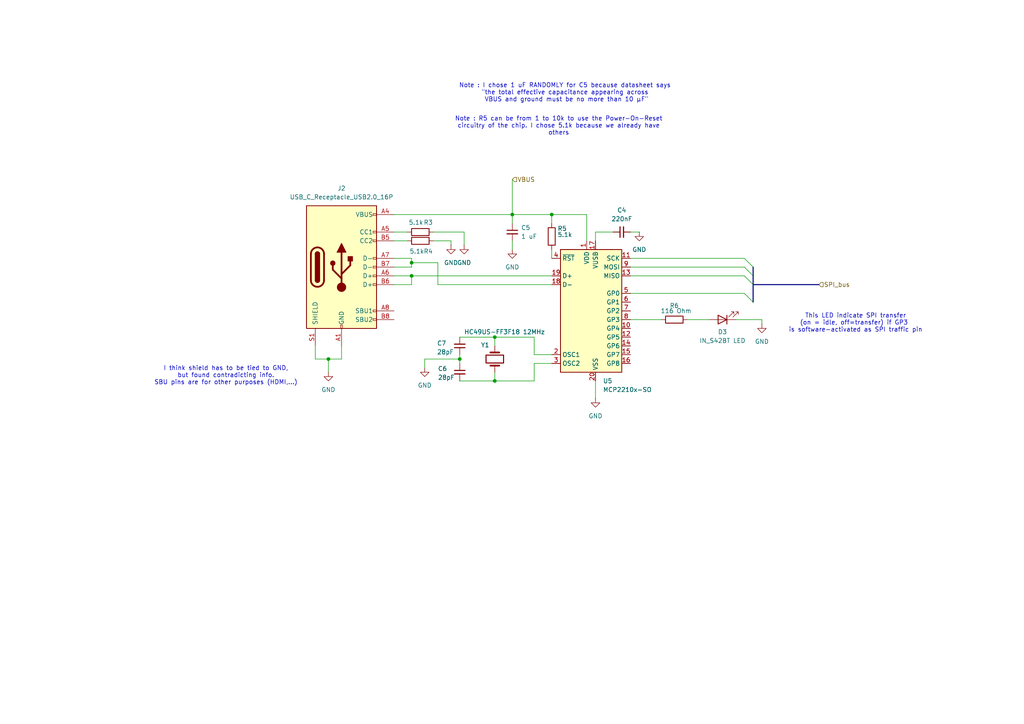
<source format=kicad_sch>
(kicad_sch (version 20250114) (generator "eeschema") (generator_version "9.0")
  (paper "A4")
  (lib_symbols
    (symbol "Connector:USB_C_Receptacle_USB2.0_16P" (pin_names (offset 1.016))
      (property "Reference" "J" (at 0 22.225 0))
      (property "Value" "USB_C_Receptacle_USB2.0_16P" (at 0 19.685 0))
      (symbol "USB_C_Receptacle_USB2.0_16P_0_0"
        (rectangle (start -0.254 -17.78) (end 0.254 -16.764))
        (rectangle (start 10.16 15.494) (end 9.144 14.986))
        (rectangle (start 10.16 10.414) (end 9.144 9.906))
        (rectangle (start 10.16 7.874) (end 9.144 7.366))
        (rectangle (start 10.16 2.794) (end 9.144 2.286))
        (rectangle (start 10.16 0.254) (end 9.144 -0.254))
        (rectangle (start 10.16 -2.286) (end 9.144 -2.794))
        (rectangle (start 10.16 -4.826) (end 9.144 -5.334))
        (rectangle (start 10.16 -12.446) (end 9.144 -12.954))
        (rectangle (start 10.16 -14.986) (end 9.144 -15.494))
      )
      (symbol "USB_C_Receptacle_USB2.0_16P_0_1"
        (rectangle (start -10.16 17.78) (end 10.16 -17.78) (stroke (width 0.254)) (fill (type background)))
        (polyline (pts (xy -8.89 -3.81) (xy -8.89 3.81)) (stroke (width 0.508)))
        (rectangle (start -7.62 -3.81) (end -6.35 3.81) (stroke (width 0.254)) (fill (type outline)))
        (arc (start -7.62 3.81) (mid -6.985 4.4423) (end -6.35 3.81) (stroke (width 0.254)))
        (arc (start -7.62 3.81) (mid -6.985 4.4423) (end -6.35 3.81) (stroke (width 0.254)) (fill (type outline)))
        (arc (start -8.89 3.81) (mid -6.985 5.7067) (end -5.08 3.81) (stroke (width 0.508)))
        (arc (start -5.08 -3.81) (mid -6.985 -5.7067) (end -8.89 -3.81) (stroke (width 0.508)))
        (arc (start -6.35 -3.81) (mid -6.985 -4.4423) (end -7.62 -3.81) (stroke (width 0.254)))
        (arc (start -6.35 -3.81) (mid -6.985 -4.4423) (end -7.62 -3.81) (stroke (width 0.254)) (fill (type outline)))
        (polyline (pts (xy -5.08 3.81) (xy -5.08 -3.81)) (stroke (width 0.508)))
        (circle (center -2.54 1.143) (radius 0.635) (stroke (width 0.254)) (fill (type outline)))
        (polyline (pts (xy -1.27 4.318) (xy 0 6.858) (xy 1.27 4.318) (xy -1.27 4.318)) (stroke (width 0.254)) (fill (type outline)))
        (polyline (pts (xy 0 -2.032) (xy 2.54 0.508) (xy 2.54 1.778)) (stroke (width 0.508)))
        (polyline (pts (xy 0 -3.302) (xy -2.54 -0.762) (xy -2.54 0.508)) (stroke (width 0.508)))
        (polyline (pts (xy 0 -5.842) (xy 0 4.318)) (stroke (width 0.508)))
        (circle (center 0 -5.842) (radius 1.27) (fill (type outline)))
        (rectangle (start 1.905 1.778) (end 3.175 3.048) (stroke (width 0.254)) (fill (type outline)))
      )
      (symbol "USB_C_Receptacle_USB2.0_16P_1_1"
        (pin passive line (at -7.62 -22.86 90) (length 5.08) (name "SHIELD") (number "S1"))
        (pin passive line (at 0 -22.86 90) (length 5.08) (name "GND") (number "A1"))
        (pin passive line (at 0 -22.86 90) (length 5.08) (hide yes) (name "GND") (number "A12"))
        (pin passive line (at 0 -22.86 90) (length 5.08) (hide yes) (name "GND") (number "B1"))
        (pin passive line (at 0 -22.86 90) (length 5.08) (hide yes) (name "GND") (number "B12"))
        (pin passive line (at 15.24 15.24 180) (length 5.08) (name "VBUS") (number "A4"))
        (pin passive line (at 15.24 15.24 180) (length 5.08) (hide yes) (name "VBUS") (number "A9"))
        (pin passive line (at 15.24 15.24 180) (length 5.08) (hide yes) (name "VBUS") (number "B4"))
        (pin passive line (at 15.24 15.24 180) (length 5.08) (hide yes) (name "VBUS") (number "B9"))
        (pin bidirectional line (at 15.24 10.16 180) (length 5.08) (name "CC1") (number "A5"))
        (pin bidirectional line (at 15.24 7.62 180) (length 5.08) (name "CC2") (number "B5"))
        (pin bidirectional line (at 15.24 2.54 180) (length 5.08) (name "D-") (number "A7"))
        (pin bidirectional line (at 15.24 0 180) (length 5.08) (name "D-") (number "B7"))
        (pin bidirectional line (at 15.24 -2.54 180) (length 5.08) (name "D+") (number "A6"))
        (pin bidirectional line (at 15.24 -5.08 180) (length 5.08) (name "D+") (number "B6"))
        (pin bidirectional line (at 15.24 -12.7 180) (length 5.08) (name "SBU1") (number "A8"))
        (pin bidirectional line (at 15.24 -15.24 180) (length 5.08) (name "SBU2") (number "B8"))
      )
    )
    (symbol "Device:C_Small" (pin_numbers (hide yes)) (pin_names (offset 0.254) (hide yes))
      (property "Reference" "C" (at 0.254 1.778 0))
      (property "Value" "C_Small" (at 0.254 -2.032 0))
      (symbol "C_Small_0_1"
        (polyline (pts (xy -1.524 0.508) (xy 1.524 0.508)) (stroke (width 0.3048)))
        (polyline (pts (xy -1.524 -0.508) (xy 1.524 -0.508)) (stroke (width 0.3302)))
      )
      (symbol "C_Small_1_1"
        (pin passive line (at 0 2.54 270) (length 2.032) (name "~") (number "1"))
        (pin passive line (at 0 -2.54 90) (length 2.032) (name "~") (number "2"))
      )
    )
    (symbol "Device:Crystal" (pin_numbers (hide yes)) (pin_names (offset 1.016) (hide yes))
      (property "Reference" "Y" (at 0 3.81 0))
      (property "Value" "Crystal" (at 0 -3.81 0))
      (symbol "Crystal_0_1"
        (polyline (pts (xy -2.54 0) (xy -1.905 0)))
        (polyline (pts (xy -1.905 -1.27) (xy -1.905 1.27)) (stroke (width 0.508)))
        (rectangle (start -1.143 2.54) (end 1.143 -2.54) (stroke (width 0.3048)))
        (polyline (pts (xy 1.905 -1.27) (xy 1.905 1.27)) (stroke (width 0.508)))
        (polyline (pts (xy 2.54 0) (xy 1.905 0)))
      )
      (symbol "Crystal_1_1"
        (pin passive line (at -3.81 0 0) (length 1.27) (name "1") (number "1"))
        (pin passive line (at 3.81 0 180) (length 1.27) (name "2") (number "2"))
      )
    )
    (symbol "Device:LED" (pin_numbers (hide yes)) (pin_names (offset 1.016) (hide yes))
      (property "Reference" "D" (at 0 2.54 0))
      (property "Value" "LED" (at 0 -2.54 0))
      (symbol "LED_0_1"
        (polyline (pts (xy -3.048 -0.762) (xy -4.572 -2.286) (xy -3.81 -2.286) (xy -4.572 -2.286) (xy -4.572 -1.524)))
        (polyline (pts (xy -1.778 -0.762) (xy -3.302 -2.286) (xy -2.54 -2.286) (xy -3.302 -2.286) (xy -3.302 -1.524)))
        (polyline (pts (xy -1.27 0) (xy 1.27 0)))
        (polyline (pts (xy -1.27 -1.27) (xy -1.27 1.27)) (stroke (width 0.254)))
        (polyline (pts (xy 1.27 -1.27) (xy 1.27 1.27) (xy -1.27 0) (xy 1.27 -1.27)) (stroke (width 0.254)))
      )
      (symbol "LED_1_1"
        (pin passive line (at -3.81 0 0) (length 2.54) (name "K") (number "1"))
        (pin passive line (at 3.81 0 180) (length 2.54) (name "A") (number "2"))
      )
    )
    (symbol "Device:R" (pin_numbers (hide yes)) (pin_names (offset 0))
      (property "Reference" "R" (at 2.032 0 90))
      (property "Value" "R" (at 0 0 90))
      (symbol "R_0_1"
        (rectangle (start -1.016 -2.54) (end 1.016 2.54) (stroke (width 0.254)))
      )
      (symbol "R_1_1"
        (pin passive line (at 0 3.81 270) (length 1.27) (name "~") (number "1"))
        (pin passive line (at 0 -3.81 90) (length 1.27) (name "~") (number "2"))
      )
    )
    (symbol "Interface_USB:MCP2210x-SO"
      (property "Reference" "U" (at -10.16 19.05 0))
      (property "Value" "MCP2210x-SO" (at 10.16 19.05 0))
      (symbol "MCP2210x-SO_0_1"
        (rectangle (start -10.16 17.78) (end 7.62 -17.78) (stroke (width 0.254)) (fill (type background)))
      )
      (symbol "MCP2210x-SO_1_1"
        (pin input line (at -12.7 15.24 0) (length 2.54) (name "~{RST}") (number "4"))
        (pin bidirectional line (at -12.7 10.16 0) (length 2.54) (name "D+") (number "19"))
        (pin bidirectional line (at -12.7 7.62 0) (length 2.54) (name "D-") (number "18"))
        (pin input line (at -12.7 -12.7 0) (length 2.54) (name "OSC1") (number "2"))
        (pin output line (at -12.7 -15.24 0) (length 2.54) (name "OSC2") (number "3"))
        (pin power_in line (at -2.54 20.32 270) (length 2.54) (name "VDD") (number "1"))
        (pin passive line (at 0 20.32 270) (length 2.54) (name "VUSB") (number "17"))
        (pin power_in line (at 0 -20.32 90) (length 2.54) (name "VSS") (number "20"))
        (pin output line (at 10.16 15.24 180) (length 2.54) (name "SCK") (number "11"))
        (pin output line (at 10.16 12.7 180) (length 2.54) (name "MOSI") (number "9"))
        (pin input line (at 10.16 10.16 180) (length 2.54) (name "MISO") (number "13"))
        (pin bidirectional line (at 10.16 5.08 180) (length 2.54) (name "GP0") (number "5"))
        (pin bidirectional line (at 10.16 2.54 180) (length 2.54) (name "GP1") (number "6"))
        (pin bidirectional line (at 10.16 0 180) (length 2.54) (name "GP2") (number "7"))
        (pin bidirectional line (at 10.16 -2.54 180) (length 2.54) (name "GP3") (number "8"))
        (pin bidirectional line (at 10.16 -5.08 180) (length 2.54) (name "GP4") (number "10"))
        (pin bidirectional line (at 10.16 -7.62 180) (length 2.54) (name "GP5") (number "12"))
        (pin bidirectional line (at 10.16 -10.16 180) (length 2.54) (name "GP6") (number "14"))
        (pin bidirectional line (at 10.16 -12.7 180) (length 2.54) (name "GP7") (number "15"))
        (pin bidirectional line (at 10.16 -15.24 180) (length 2.54) (name "GP8") (number "16"))
      )
    )
    (symbol "power:GND" (power) (pin_numbers (hide yes)) (pin_names (offset 0) (hide yes))
      (property "Value" "GND" (at 0 -3.81 0))
      (symbol "GND_0_1"
        (polyline (pts (xy 0 0) (xy 0 -1.27) (xy 1.27 -1.27) (xy 0 -2.54) (xy -1.27 -1.27) (xy 0 -1.27)))
      )
      (symbol "GND_1_1"
        (pin power_in line (at 0 0 270) (length 0) (name "~") (number "1"))
      )
    )
  )
  (text "Note : R5 can be from 1 to 10k to use the Power-On-Reset\ncircuitry of the chip. I chose 5.1k because we already have\nothers\n" (at 162.052 36.576 0) (effects (font (size 1.27 1.27))))
  (text "I think shield has to be tied to GND,\nbut found contradicting info.\nSBU pins are for other purposes (HDMI,...)" (at 65.532 108.966 0) (effects (font (size 1.27 1.27))))
  (text "This LED indicate SPI transfer\n(on = idle, off=transfer) if GP3 \nis software-activated as SPI traffic pin\n\n" (at 248.158 94.742 0) (effects (font (size 1.27 1.27))))
  (text "Note : I chose 1 uF RANDOMLY for C5 because datasheet says \n\"the total effective capacitance appearing across \nVBUS and ground must be no more than 10 µF\"" (at 164.338 26.924 0) (effects (font (size 1.27 1.27))))
  (junction (at 119.38 80.01))
  (junction (at 148.59 62.23))
  (junction (at 95.25 104.14))
  (junction (at 143.51 110.49))
  (junction (at 143.51 97.79))
  (junction (at 160.02 62.23))
  (junction (at 119.38 76.2))
  (junction (at 133.35 104.14))
  (bus_entry (at 215.9 74.93) (size 2.54 2.54))
  (bus_entry (at 215.9 80.01) (size 2.54 2.54))
  (bus_entry (at 215.9 77.47) (size 2.54 2.54))
  (bus_entry (at 215.9 85.09) (size 2.54 2.54))
  (wire (pts (xy 123.19 104.14) (xy 123.19 106.68)))
  (wire (pts (xy 170.18 62.23) (xy 170.18 69.85)))
  (wire (pts (xy 148.59 52.07) (xy 148.59 62.23)))
  (wire (pts (xy 143.51 97.79) (xy 154.94 97.79)))
  (wire (pts (xy 213.36 92.71) (xy 220.98 92.71)))
  (wire (pts (xy 182.88 77.47) (xy 215.9 77.47)))
  (wire (pts (xy 133.35 110.49) (xy 143.51 110.49)))
  (wire (pts (xy 114.3 80.01) (xy 119.38 80.01)))
  (wire (pts (xy 114.3 74.93) (xy 119.38 74.93)))
  (wire (pts (xy 119.38 82.55) (xy 114.3 82.55)))
  (wire (pts (xy 182.88 85.09) (xy 215.9 85.09)))
  (wire (pts (xy 95.25 107.95) (xy 95.25 104.14)))
  (wire (pts (xy 133.35 104.14) (xy 123.19 104.14)))
  (wire (pts (xy 160.02 62.23) (xy 170.18 62.23)))
  (wire (pts (xy 182.88 80.01) (xy 215.9 80.01)))
  (wire (pts (xy 119.38 80.01) (xy 119.38 82.55)))
  (wire (pts (xy 133.35 97.79) (xy 143.51 97.79)))
  (wire (pts (xy 91.44 100.33) (xy 91.44 104.14)))
  (wire (pts (xy 95.25 104.14) (xy 99.06 104.14)))
  (wire (pts (xy 143.51 107.95) (xy 143.51 110.49)))
  (wire (pts (xy 182.88 67.31) (xy 185.42 67.31)))
  (wire (pts (xy 91.44 104.14) (xy 95.25 104.14)))
  (wire (pts (xy 154.94 105.41) (xy 154.94 110.49)))
  (bus (pts (xy 218.44 77.47) (xy 218.44 80.01)))
  (wire (pts (xy 182.88 92.71) (xy 191.77 92.71)))
  (wire (pts (xy 130.81 69.85) (xy 130.81 71.12)))
  (wire (pts (xy 119.38 74.93) (xy 119.38 76.2)))
  (wire (pts (xy 133.35 102.87) (xy 133.35 104.14)))
  (wire (pts (xy 172.72 110.49) (xy 172.72 115.57)))
  (wire (pts (xy 133.35 104.14) (xy 133.35 105.41)))
  (wire (pts (xy 127 82.55) (xy 160.02 82.55)))
  (wire (pts (xy 119.38 76.2) (xy 127 76.2)))
  (wire (pts (xy 114.3 62.23) (xy 148.59 62.23)))
  (wire (pts (xy 160.02 62.23) (xy 160.02 64.77)))
  (wire (pts (xy 143.51 97.79) (xy 143.51 100.33)))
  (wire (pts (xy 134.62 67.31) (xy 134.62 71.12)))
  (wire (pts (xy 199.39 92.71) (xy 205.74 92.71)))
  (wire (pts (xy 154.94 102.87) (xy 154.94 97.79)))
  (wire (pts (xy 119.38 76.2) (xy 119.38 77.47)))
  (wire (pts (xy 99.06 104.14) (xy 99.06 100.33)))
  (wire (pts (xy 160.02 105.41) (xy 154.94 105.41)))
  (bus (pts (xy 218.44 82.55) (xy 237.49 82.55)))
  (wire (pts (xy 160.02 72.39) (xy 160.02 74.93)))
  (wire (pts (xy 114.3 67.31) (xy 118.11 67.31)))
  (wire (pts (xy 148.59 62.23) (xy 160.02 62.23)))
  (wire (pts (xy 154.94 110.49) (xy 143.51 110.49)))
  (wire (pts (xy 220.98 92.71) (xy 220.98 93.98)))
  (wire (pts (xy 127 76.2) (xy 127 82.55)))
  (wire (pts (xy 148.59 62.23) (xy 148.59 64.77)))
  (wire (pts (xy 114.3 69.85) (xy 118.11 69.85)))
  (wire (pts (xy 125.73 67.31) (xy 134.62 67.31)))
  (bus (pts (xy 218.44 82.55) (xy 218.44 87.63)))
  (wire (pts (xy 172.72 67.31) (xy 177.8 67.31)))
  (wire (pts (xy 119.38 80.01) (xy 160.02 80.01)))
  (wire (pts (xy 182.88 74.93) (xy 215.9 74.93)))
  (wire (pts (xy 148.59 69.85) (xy 148.59 72.39)))
  (wire (pts (xy 125.73 69.85) (xy 130.81 69.85)))
  (wire (pts (xy 160.02 102.87) (xy 154.94 102.87)))
  (wire (pts (xy 119.38 77.47) (xy 114.3 77.47)))
  (bus (pts (xy 218.44 80.01) (xy 218.44 82.55)))
  (wire (pts (xy 172.72 69.85) (xy 172.72 67.31)))
  (hierarchical_label "VBUS" (shape input) (at 148.59 52.07 0))
  (hierarchical_label "SPI_bus" (shape input) (at 237.49 82.55 0))
  (symbol (lib_id "power:GND") (at 123.19 106.68 0) (unit 1)
    (property "Reference" "#PWR015" (effects (hide yes)))
    (property "Value" "GND" (at 123.19 111.76 0))
    (property "Description" "Power symbol creates a global label with name \"GND\" , ground" (effects (hide yes)))
  )
  (symbol (lib_id "power:GND") (at 95.25 107.95 0) (unit 1)
    (property "Reference" "#PWR017" (effects (hide yes)))
    (property "Value" "GND" (at 95.25 113.03 0))
    (property "Description" "Power symbol creates a global label with name \"GND\" , ground" (effects (hide yes)))
  )
  (symbol (lib_id "Device:C_Small") (at 148.59 67.31 0) (unit 1)
    (property "Reference" "C5" (at 151.13 66.0462 0) (effects (justify left)))
    (property "Value" "1 uF" (at 151.13 68.5862 0) (effects (justify left)))
    (property "Description" "Unpolarized capacitor, small symbol" (effects (hide yes)))
  )
  (symbol (lib_id "Device:Crystal") (at 143.51 104.14 90) (unit 1)
    (property "Reference" "Y1" (at 139.446 100.076 90) (effects (justify right)))
    (property "Value" "HC49US-FF3F18 12MHz" (at 134.62 96.266 90) (effects (justify right)))
    (property "Description" "Two pin crystal" (effects (hide yes)))
  )
  (symbol (lib_id "Device:C_Small") (at 133.35 107.95 0) (unit 1)
    (property "Reference" "C6" (at 127 106.934 0) (effects (justify left)))
    (property "Value" "28pF" (at 127 109.474 0) (effects (justify left)))
    (property "Description" "Unpolarized capacitor, small symbol" (effects (hide yes)))
  )
  (symbol (lib_id "power:GND") (at 185.42 67.31 0) (unit 1)
    (property "Reference" "#PWR012" (effects (hide yes)))
    (property "Value" "GND" (at 185.42 72.39 0))
    (property "Description" "Power symbol creates a global label with name \"GND\" , ground" (effects (hide yes)))
  )
  (symbol (lib_id "Device:C_Small") (at 133.35 100.33 180) (unit 1)
    (property "Reference" "C7" (at 126.746 99.568 0) (effects (justify right)))
    (property "Value" "28pF" (at 126.746 102.108 0) (effects (justify right)))
    (property "Description" "Unpolarized capacitor, small symbol" (effects (hide yes)))
  )
  (symbol (lib_id "Device:R") (at 121.92 69.85 90) (unit 1)
    (property "Reference" "R4" (at 124.206 72.898 90))
    (property "Value" "5.1k" (at 120.904 72.898 90))
    (property "Description" "Resistor" (effects (hide yes)))
  )
  (symbol (lib_id "power:GND") (at 172.72 115.57 0) (unit 1)
    (property "Reference" "#PWR013" (effects (hide yes)))
    (property "Value" "GND" (at 172.72 120.65 0))
    (property "Description" "Power symbol creates a global label with name \"GND\" , ground" (effects (hide yes)))
  )
  (symbol (lib_id "power:GND") (at 220.98 93.98 0) (unit 1)
    (property "Reference" "#PWR016" (effects (hide yes)))
    (property "Value" "GND" (at 220.98 99.06 0))
    (property "Description" "Power symbol creates a global label with name \"GND\" , ground" (effects (hide yes)))
  )
  (symbol (lib_id "Device:R") (at 121.92 67.31 90) (unit 1)
    (property "Reference" "R3" (at 124.206 64.516 90))
    (property "Value" "5.1k" (at 120.65 64.516 90))
    (property "Description" "Resistor" (effects (hide yes)))
  )
  (symbol (lib_id "power:GND") (at 130.81 71.12 0) (unit 1)
    (property "Reference" "#PWR04" (effects (hide yes)))
    (property "Value" "GND" (at 130.81 76.2 0))
    (property "Description" "Power symbol creates a global label with name \"GND\" , ground" (effects (hide yes)))
  )
  (symbol (lib_id "Device:LED") (at 209.55 92.71 180) (unit 1)
    (property "Reference" "D3" (at 209.55 96.266 0))
    (property "Value" "IN_S42BT LED" (at 209.55 98.806 0))
    (property "Description" "Light emitting diode" (effects (hide yes)))
    (property "Sim.Pins" "1=K 2=A" (effects (hide yes)))
  )
  (symbol (lib_id "power:GND") (at 148.59 72.39 0) (unit 1)
    (property "Reference" "#PWR014" (effects (hide yes)))
    (property "Value" "GND" (at 148.59 77.47 0))
    (property "Description" "Power symbol creates a global label with name \"GND\" , ground" (effects (hide yes)))
  )
  (symbol (lib_id "Interface_USB:MCP2210x-SO") (at 172.72 90.17 0) (unit 1)
    (property "Reference" "U5" (at 174.8633 110.49 0) (effects (justify left)))
    (property "Value" "MCP2210x-SO" (at 174.8633 113.03 0) (effects (justify left)))
    (property "Footprint" "Package_SO:SOIC-20W_7.5x12.8mm_P1.27mm" (effects (hide yes)))
    (property "Datasheet" "https://ww1.microchip.com/downloads/en/DeviceDoc/22288A.pdf" (effects (hide yes)))
    (property "Description" "USB to SPI Protocol Converter with GPIO, SOIC-20" (effects (hide yes)))
  )
  (symbol (lib_id "Device:R") (at 195.58 92.71 270) (unit 1)
    (property "Reference" "R6" (at 195.58 88.646 90))
    (property "Value" "116 Ohm" (at 196.088 90.17 90))
    (property "Description" "Resistor" (effects (hide yes)))
  )
  (symbol (lib_id "Device:R") (at 160.02 68.58 0) (unit 1)
    (property "Reference" "R5" (at 163.068 66.294 0))
    (property "Value" "5.1k" (at 163.83 68.072 0))
    (property "Description" "Resistor" (effects (hide yes)))
  )
  (symbol (lib_id "power:GND") (at 134.62 71.12 0) (unit 1)
    (property "Reference" "#PWR010" (effects (hide yes)))
    (property "Value" "GND" (at 134.62 76.2 0))
    (property "Description" "Power symbol creates a global label with name \"GND\" , ground" (effects (hide yes)))
  )
  (symbol (lib_id "Device:C_Small") (at 180.34 67.31 90) (unit 1)
    (property "Reference" "C4" (at 180.3463 60.96 90))
    (property "Value" "220nF" (at 180.3463 63.5 90))
    (property "Description" "Unpolarized capacitor, small symbol" (effects (hide yes)))
  )
  (symbol (lib_id "Connector:USB_C_Receptacle_USB2.0_16P") (at 99.06 77.47 0) (unit 1)
    (property "Reference" "J2" (at 99.06 54.61 0))
    (property "Value" "USB_C_Receptacle_USB2.0_16P" (at 99.06 57.15 0))
    (property "Datasheet" "https://www.usb.org/sites/default/files/documents/usb_type-c.zip" (effects (hide yes)))
    (property "Description" "USB 2.0-only 16P Type-C Receptacle connector" (effects (hide yes)))
  )
)
</source>
